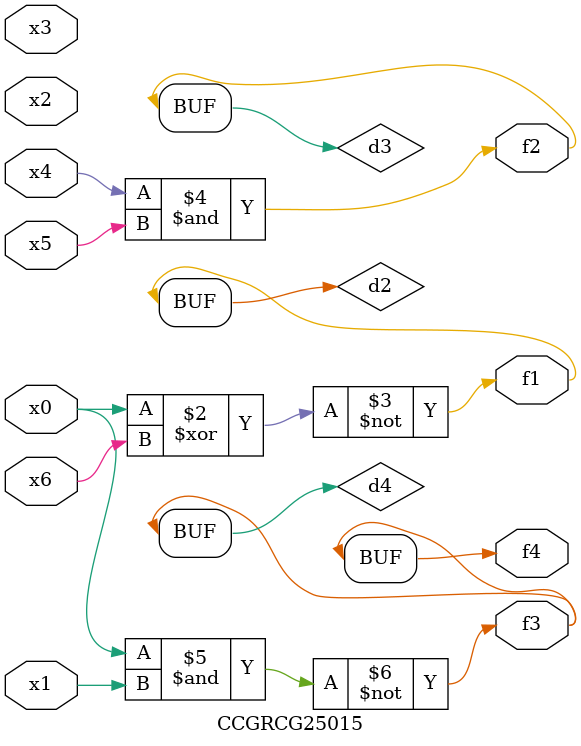
<source format=v>
module CCGRCG25015(
	input x0, x1, x2, x3, x4, x5, x6,
	output f1, f2, f3, f4
);

	wire d1, d2, d3, d4;

	nor (d1, x0);
	xnor (d2, x0, x6);
	and (d3, x4, x5);
	nand (d4, x0, x1);
	assign f1 = d2;
	assign f2 = d3;
	assign f3 = d4;
	assign f4 = d4;
endmodule

</source>
